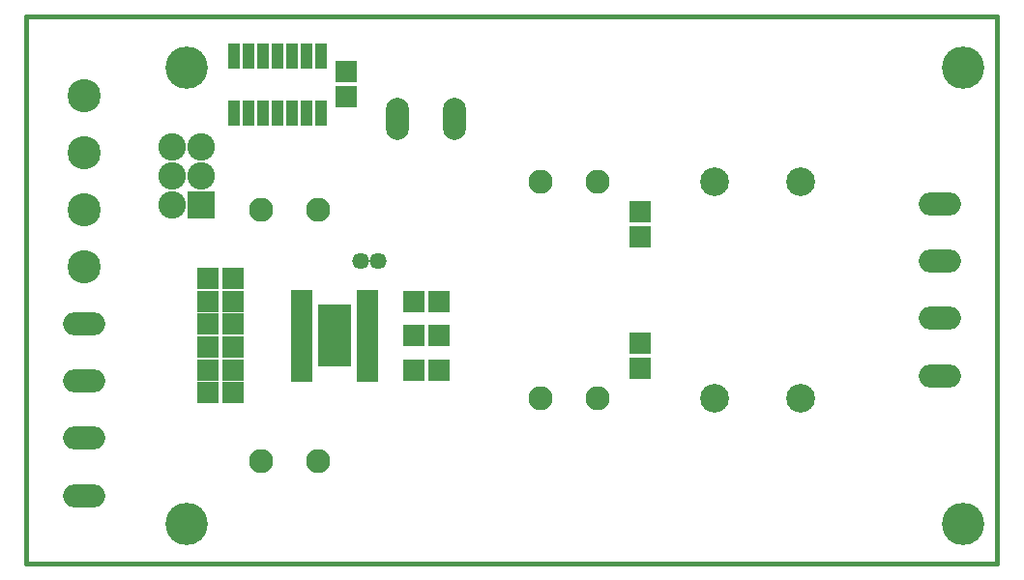
<source format=gts>
G04 (created by PCBNEW-RS274X (2010-03-14)-final) date Wed 01 Feb 2012 01:55:13 GMT*
G01*
G70*
G90*
%MOIN*%
G04 Gerber Fmt 3.4, Leading zero omitted, Abs format*
%FSLAX34Y34*%
G04 APERTURE LIST*
%ADD10C,0.006000*%
%ADD11C,0.015000*%
%ADD12C,0.146000*%
%ADD13R,0.075100X0.075100*%
%ADD14C,0.114500*%
%ADD15O,0.079100X0.146000*%
%ADD16O,0.146000X0.079100*%
%ADD17C,0.098700*%
%ADD18C,0.083000*%
%ADD19C,0.057400*%
%ADD20R,0.039700X0.090900*%
%ADD21R,0.075100X0.031800*%
%ADD22R,0.114500X0.216900*%
%ADD23C,0.095000*%
%ADD24R,0.095000X0.095000*%
G04 APERTURE END LIST*
G54D10*
G54D11*
X67716Y-62205D02*
X34252Y-62205D01*
X67716Y-43307D02*
X67716Y-62205D01*
X34252Y-43307D02*
X67716Y-43307D01*
X34252Y-62205D02*
X34252Y-43307D01*
G54D12*
X39764Y-45079D03*
X39764Y-60827D03*
X66535Y-60827D03*
X66535Y-45079D03*
G54D13*
X45276Y-46102D03*
X45276Y-45236D03*
X55413Y-50059D03*
X55413Y-50925D03*
X41378Y-53150D03*
X40512Y-53150D03*
X48464Y-53150D03*
X47598Y-53150D03*
X41378Y-53937D03*
X40512Y-53937D03*
X48464Y-55512D03*
X47598Y-55512D03*
X40512Y-54724D03*
X41378Y-54724D03*
X40512Y-55512D03*
X41378Y-55512D03*
X55413Y-55453D03*
X55413Y-54587D03*
X41378Y-56299D03*
X40512Y-56299D03*
X47598Y-54331D03*
X48464Y-54331D03*
G54D14*
X36220Y-51968D03*
X36220Y-49999D03*
X36220Y-48031D03*
X36220Y-46062D03*
G54D15*
X47046Y-46850D03*
X49015Y-46850D03*
G54D16*
X65748Y-49802D03*
X65748Y-51771D03*
X36220Y-53936D03*
X36220Y-55905D03*
X36220Y-57873D03*
X36220Y-59842D03*
X65748Y-53739D03*
X65748Y-55708D03*
G54D17*
X57974Y-49016D03*
X60927Y-49016D03*
X57974Y-56496D03*
X60927Y-56496D03*
G54D18*
X42323Y-50000D03*
X44292Y-50000D03*
X42323Y-58661D03*
X44292Y-58661D03*
G54D19*
X45768Y-51772D03*
X46359Y-51772D03*
G54D13*
X41378Y-52362D03*
X40512Y-52362D03*
G54D20*
X44413Y-44690D03*
X43913Y-44690D03*
X43413Y-44690D03*
X42913Y-44690D03*
X42413Y-44690D03*
X41913Y-44690D03*
X41413Y-44690D03*
X41413Y-46648D03*
X41913Y-46648D03*
X42413Y-46648D03*
X42913Y-46648D03*
X43413Y-46648D03*
X43913Y-46648D03*
X44409Y-46653D03*
G54D21*
X43729Y-52925D03*
X43729Y-53181D03*
X43729Y-53437D03*
X43729Y-53693D03*
X43729Y-53949D03*
X43729Y-54205D03*
X43729Y-54460D03*
X43729Y-54716D03*
X43729Y-54972D03*
X43729Y-55228D03*
X43729Y-55484D03*
X43729Y-55740D03*
X46012Y-55740D03*
X46012Y-55484D03*
X46012Y-55228D03*
X46012Y-54972D03*
X46012Y-54716D03*
X46012Y-54460D03*
X46012Y-54205D03*
X46012Y-53949D03*
X46012Y-53693D03*
X46012Y-53437D03*
X46012Y-53181D03*
X46012Y-52925D03*
G54D22*
X44882Y-54331D03*
G54D23*
X39264Y-49819D03*
X39264Y-48819D03*
X39264Y-47819D03*
G54D24*
X40264Y-49819D03*
G54D23*
X40264Y-48819D03*
X40264Y-47819D03*
G54D18*
X53937Y-49016D03*
X51968Y-49016D03*
X53937Y-56496D03*
X51968Y-56496D03*
M02*

</source>
